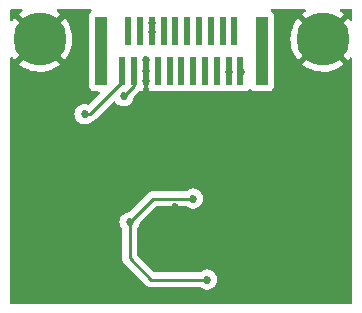
<source format=gbr>
%TF.GenerationSoftware,KiCad,Pcbnew,(6.0.0-0)*%
%TF.CreationDate,2022-03-07T01:14:35-05:00*%
%TF.ProjectId,air_quality,6169725f-7175-4616-9c69-74792e6b6963,rev?*%
%TF.SameCoordinates,Original*%
%TF.FileFunction,Copper,L4,Bot*%
%TF.FilePolarity,Positive*%
%FSLAX46Y46*%
G04 Gerber Fmt 4.6, Leading zero omitted, Abs format (unit mm)*
G04 Created by KiCad (PCBNEW (6.0.0-0)) date 2022-03-07 01:14:35*
%MOMM*%
%LPD*%
G01*
G04 APERTURE LIST*
%TA.AperFunction,ComponentPad*%
%ADD10C,4.500000*%
%TD*%
%TA.AperFunction,SMDPad,CuDef*%
%ADD11R,1.000000X5.850000*%
%TD*%
%TA.AperFunction,SMDPad,CuDef*%
%ADD12R,0.610000X2.410000*%
%TD*%
%TA.AperFunction,ViaPad*%
%ADD13C,0.685800*%
%TD*%
%TA.AperFunction,Conductor*%
%ADD14C,0.254000*%
%TD*%
G04 APERTURE END LIST*
D10*
%TO.P,H1,1,1*%
%TO.N,GND*%
X95000000Y-64000000D03*
%TD*%
%TO.P,H2,1,1*%
%TO.N,GND*%
X119000000Y-64000000D03*
%TD*%
D11*
%TO.P,J1,*%
%TO.N,*%
X100173500Y-65000000D03*
X113826500Y-65000000D03*
D12*
%TO.P,J1,1,SDA(E)*%
%TO.N,/SDA_EEPROM*%
X101996500Y-66720000D03*
%TO.P,J1,2,SCL(E)*%
%TO.N,/SCL_EEPROM*%
X102996500Y-66720000D03*
%TO.P,J1,3,GND*%
%TO.N,GND*%
X103996500Y-66720000D03*
%TO.P,J1,4,NC*%
%TO.N,unconnected-(J1-Pad4)*%
X104996500Y-66720000D03*
%TO.P,J1,5,~{RST}*%
%TO.N,/~{RST}*%
X105996500Y-66720000D03*
%TO.P,J1,6,SCK*%
%TO.N,/SCK*%
X106996500Y-66720000D03*
%TO.P,J1,7,MISO*%
%TO.N,/MISO*%
X107996500Y-66720000D03*
%TO.P,J1,8,MOSI*%
%TO.N,/MOSI*%
X108996500Y-66720000D03*
%TO.P,J1,9,CE*%
%TO.N,/CS*%
X109996500Y-66720000D03*
%TO.P,J1,10,SDA*%
%TO.N,/SDA*%
X110996500Y-66720000D03*
%TO.P,J1,11,SCL*%
%TO.N,/SCL*%
X111996500Y-66720000D03*
%TO.P,J1,12,NC*%
%TO.N,unconnected-(J1-Pad12)*%
X111496500Y-63280000D03*
%TO.P,J1,13,RX*%
%TO.N,/RXD*%
X110496500Y-63280000D03*
%TO.P,J1,14,TX*%
%TO.N,/TXD*%
X109496500Y-63280000D03*
%TO.P,J1,15,STAT*%
%TO.N,/Status*%
X108496500Y-63280000D03*
%TO.P,J1,16,A0*%
%TO.N,/A0*%
X107496500Y-63280000D03*
%TO.P,J1,17,A1*%
%TO.N,/A1*%
X106496500Y-63280000D03*
%TO.P,J1,18,NC*%
%TO.N,unconnected-(J1-Pad18)*%
X105496500Y-63280000D03*
%TO.P,J1,19,3V3*%
%TO.N,/3V3*%
X104496500Y-63280000D03*
%TO.P,J1,20,NC*%
%TO.N,unconnected-(J1-Pad20)*%
X103496500Y-63320000D03*
%TO.P,J1,21,5V*%
%TO.N,/5V*%
X102496500Y-63320000D03*
%TD*%
D13*
%TO.N,/SCL*%
X112014000Y-66802000D03*
%TO.N,GND*%
X116332000Y-83820000D03*
X114046000Y-83820000D03*
X116332000Y-70104000D03*
X118364000Y-72136000D03*
X108712000Y-74422000D03*
X105156000Y-74422000D03*
X103886000Y-69850000D03*
X107696000Y-70104000D03*
X106426000Y-71120000D03*
X105410000Y-68834000D03*
X101092000Y-75184000D03*
X99822000Y-71628000D03*
X102108000Y-71628000D03*
X118364000Y-80010000D03*
X118364000Y-77978000D03*
X116332000Y-77978000D03*
X112268000Y-77978000D03*
X112268000Y-70104000D03*
X112268000Y-72136000D03*
X112268000Y-74168000D03*
X114300000Y-74168000D03*
X112268000Y-76200000D03*
X116332000Y-76200000D03*
X114300000Y-77978000D03*
X114300000Y-76200000D03*
X109220000Y-83058000D03*
X110236000Y-79248000D03*
X109220000Y-80264000D03*
X106934000Y-76454000D03*
X106426000Y-78232000D03*
X104648000Y-80010000D03*
X104648000Y-81280000D03*
X104648000Y-82550000D03*
%TO.N,/1V8*%
X102616000Y-79502000D03*
X109192000Y-84356000D03*
X107978000Y-77498000D03*
%TO.N,/SDA*%
X110998000Y-66802000D03*
%TO.N,GND*%
X96012000Y-73406000D03*
X104013000Y-66675000D03*
X104013000Y-67564000D03*
X97282000Y-73406000D03*
X94742000Y-73406000D03*
X104013000Y-65786000D03*
%TO.N,/3V3*%
X104496500Y-63397500D03*
X104496500Y-62635500D03*
%TO.N,/SDA_EEPROM*%
X98806000Y-70358000D03*
%TO.N,/SCL_EEPROM*%
X102108000Y-68834000D03*
%TD*%
D14*
%TO.N,/1V8*%
X102616000Y-79502000D02*
X102616000Y-82550000D01*
X102616000Y-82550000D02*
X104422000Y-84356000D01*
X104422000Y-84356000D02*
X109192000Y-84356000D01*
X107978000Y-77498000D02*
X104620000Y-77498000D01*
X104620000Y-77498000D02*
X102616000Y-79502000D01*
%TO.N,/SDA_EEPROM*%
X101996500Y-66720000D02*
X101996500Y-67620000D01*
X101996500Y-67620000D02*
X99258500Y-70358000D01*
X99258500Y-70358000D02*
X98806000Y-70358000D01*
%TO.N,/SCL_EEPROM*%
X102996500Y-67945500D02*
X102108000Y-68834000D01*
X102996500Y-66720000D02*
X102996500Y-67945500D01*
%TD*%
%TA.AperFunction,Conductor*%
%TO.N,GND*%
G36*
X93508556Y-61466002D02*
G01*
X93555049Y-61519658D01*
X93565153Y-61589932D01*
X93535659Y-61654512D01*
X93504858Y-61680285D01*
X93450196Y-61712805D01*
X93443945Y-61717053D01*
X93250733Y-61866115D01*
X93242267Y-61877773D01*
X93248871Y-61889661D01*
X94987188Y-63627978D01*
X95001132Y-63635592D01*
X95002965Y-63635461D01*
X95009580Y-63631210D01*
X96750162Y-61890628D01*
X96757174Y-61877787D01*
X96749379Y-61867098D01*
X96579886Y-61733481D01*
X96573663Y-61729156D01*
X96492326Y-61679605D01*
X96444557Y-61627082D01*
X96432767Y-61557071D01*
X96460699Y-61491800D01*
X96519485Y-61451992D01*
X96557879Y-61446000D01*
X99286595Y-61446000D01*
X99354716Y-61466002D01*
X99401209Y-61519658D01*
X99411313Y-61589932D01*
X99381819Y-61654512D01*
X99362163Y-61672824D01*
X99310239Y-61711739D01*
X99222885Y-61828295D01*
X99171755Y-61964684D01*
X99165000Y-62026866D01*
X99165000Y-67973134D01*
X99171755Y-68035316D01*
X99222885Y-68171705D01*
X99310239Y-68288261D01*
X99426795Y-68375615D01*
X99563184Y-68426745D01*
X99625366Y-68433500D01*
X99980078Y-68433500D01*
X100048199Y-68453502D01*
X100094692Y-68507158D01*
X100104796Y-68577432D01*
X100075302Y-68642012D01*
X100069173Y-68648595D01*
X99202648Y-69515120D01*
X99140336Y-69549146D01*
X99075213Y-69545888D01*
X99070546Y-69543810D01*
X98983016Y-69525205D01*
X98901943Y-69507972D01*
X98901939Y-69507972D01*
X98895486Y-69506600D01*
X98716514Y-69506600D01*
X98710061Y-69507972D01*
X98710057Y-69507972D01*
X98628984Y-69525205D01*
X98541454Y-69543810D01*
X98535424Y-69546495D01*
X98535423Y-69546495D01*
X98383985Y-69613919D01*
X98383983Y-69613920D01*
X98377955Y-69616604D01*
X98372614Y-69620484D01*
X98372613Y-69620485D01*
X98283266Y-69685400D01*
X98233164Y-69721801D01*
X98113409Y-69854803D01*
X98023923Y-70009797D01*
X97968618Y-70180009D01*
X97949910Y-70358000D01*
X97968618Y-70535991D01*
X98023923Y-70706203D01*
X98113409Y-70861197D01*
X98117827Y-70866104D01*
X98117828Y-70866105D01*
X98204256Y-70962093D01*
X98233164Y-70994199D01*
X98377955Y-71099396D01*
X98383983Y-71102080D01*
X98383985Y-71102081D01*
X98535423Y-71169505D01*
X98541454Y-71172190D01*
X98628984Y-71190795D01*
X98710057Y-71208028D01*
X98710061Y-71208028D01*
X98716514Y-71209400D01*
X98895486Y-71209400D01*
X98901939Y-71208028D01*
X98901943Y-71208028D01*
X98983016Y-71190795D01*
X99070546Y-71172190D01*
X99076577Y-71169505D01*
X99228015Y-71102081D01*
X99228017Y-71102080D01*
X99234045Y-71099396D01*
X99373854Y-70997818D01*
X99414061Y-70978899D01*
X99417799Y-70978427D01*
X99425172Y-70975508D01*
X99425175Y-70975507D01*
X99459056Y-70962093D01*
X99470285Y-70958248D01*
X99486965Y-70953402D01*
X99512893Y-70945869D01*
X99519720Y-70941831D01*
X99519723Y-70941830D01*
X99530406Y-70935512D01*
X99548164Y-70926812D01*
X99559715Y-70922239D01*
X99559721Y-70922235D01*
X99567088Y-70919319D01*
X99602991Y-70893234D01*
X99612910Y-70886719D01*
X99644268Y-70868174D01*
X99644272Y-70868171D01*
X99651098Y-70864134D01*
X99665482Y-70849750D01*
X99680516Y-70836909D01*
X99690573Y-70829602D01*
X99696987Y-70824942D01*
X99725278Y-70790744D01*
X99733267Y-70781965D01*
X101212413Y-69302819D01*
X101274725Y-69268793D01*
X101345540Y-69273858D01*
X101402376Y-69316405D01*
X101410628Y-69328916D01*
X101412107Y-69331479D01*
X101412110Y-69331484D01*
X101415409Y-69337197D01*
X101535164Y-69470199D01*
X101540506Y-69474080D01*
X101540508Y-69474082D01*
X101640176Y-69546495D01*
X101679955Y-69575396D01*
X101685983Y-69578080D01*
X101685985Y-69578081D01*
X101772510Y-69616604D01*
X101843454Y-69648190D01*
X101930984Y-69666795D01*
X102012057Y-69684028D01*
X102012061Y-69684028D01*
X102018514Y-69685400D01*
X102197486Y-69685400D01*
X102203939Y-69684028D01*
X102203943Y-69684028D01*
X102285016Y-69666795D01*
X102372546Y-69648190D01*
X102443490Y-69616604D01*
X102530015Y-69578081D01*
X102530017Y-69578080D01*
X102536045Y-69575396D01*
X102575824Y-69546495D01*
X102675492Y-69474082D01*
X102675494Y-69474080D01*
X102680836Y-69470199D01*
X102800591Y-69337197D01*
X102890077Y-69182203D01*
X102945382Y-69011991D01*
X102954418Y-68926024D01*
X102981432Y-68860367D01*
X102990633Y-68850100D01*
X103389983Y-68450750D01*
X103398305Y-68443176D01*
X103404803Y-68439053D01*
X103408610Y-68434999D01*
X103443142Y-68415001D01*
X103445146Y-68414250D01*
X103452980Y-68411313D01*
X103523786Y-68406128D01*
X103541441Y-68411312D01*
X103573894Y-68423478D01*
X103589149Y-68427105D01*
X103640014Y-68432631D01*
X103646828Y-68433000D01*
X103724385Y-68433000D01*
X103739624Y-68428525D01*
X103740829Y-68427135D01*
X103742500Y-68419452D01*
X103742500Y-68218852D01*
X103754347Y-68172542D01*
X103752115Y-68171705D01*
X103800471Y-68042715D01*
X103803245Y-68035316D01*
X103810000Y-67973134D01*
X103810000Y-66592000D01*
X103830002Y-66523879D01*
X103883658Y-66477386D01*
X103936000Y-66466000D01*
X104057000Y-66466000D01*
X104125121Y-66486002D01*
X104171614Y-66539658D01*
X104183000Y-66592000D01*
X104183000Y-67973134D01*
X104189755Y-68035316D01*
X104192529Y-68042715D01*
X104240885Y-68171705D01*
X104238653Y-68172542D01*
X104250500Y-68218852D01*
X104250500Y-68414884D01*
X104254975Y-68430123D01*
X104256365Y-68431328D01*
X104264048Y-68432999D01*
X104346169Y-68432999D01*
X104352990Y-68432629D01*
X104403852Y-68427105D01*
X104419107Y-68423478D01*
X104451557Y-68411313D01*
X104522364Y-68406129D01*
X104540019Y-68411313D01*
X104573781Y-68423970D01*
X104573783Y-68423970D01*
X104581184Y-68426745D01*
X104643366Y-68433500D01*
X105349634Y-68433500D01*
X105411816Y-68426745D01*
X105452271Y-68411579D01*
X105523076Y-68406396D01*
X105540723Y-68411577D01*
X105581184Y-68426745D01*
X105643366Y-68433500D01*
X106349634Y-68433500D01*
X106411816Y-68426745D01*
X106452271Y-68411579D01*
X106523076Y-68406396D01*
X106540723Y-68411577D01*
X106581184Y-68426745D01*
X106643366Y-68433500D01*
X107349634Y-68433500D01*
X107411816Y-68426745D01*
X107452271Y-68411579D01*
X107523076Y-68406396D01*
X107540723Y-68411577D01*
X107581184Y-68426745D01*
X107643366Y-68433500D01*
X108349634Y-68433500D01*
X108411816Y-68426745D01*
X108452271Y-68411579D01*
X108523076Y-68406396D01*
X108540723Y-68411577D01*
X108581184Y-68426745D01*
X108643366Y-68433500D01*
X109349634Y-68433500D01*
X109411816Y-68426745D01*
X109452271Y-68411579D01*
X109523076Y-68406396D01*
X109540723Y-68411577D01*
X109581184Y-68426745D01*
X109643366Y-68433500D01*
X110349634Y-68433500D01*
X110411816Y-68426745D01*
X110452271Y-68411579D01*
X110523076Y-68406396D01*
X110540723Y-68411577D01*
X110581184Y-68426745D01*
X110643366Y-68433500D01*
X111349634Y-68433500D01*
X111411816Y-68426745D01*
X111452271Y-68411579D01*
X111523076Y-68406396D01*
X111540723Y-68411577D01*
X111581184Y-68426745D01*
X111643366Y-68433500D01*
X112349634Y-68433500D01*
X112411816Y-68426745D01*
X112548205Y-68375615D01*
X112664761Y-68288261D01*
X112713174Y-68223664D01*
X112770033Y-68181149D01*
X112840852Y-68176123D01*
X112903145Y-68210183D01*
X112914826Y-68223664D01*
X112963239Y-68288261D01*
X113079795Y-68375615D01*
X113216184Y-68426745D01*
X113278366Y-68433500D01*
X114374634Y-68433500D01*
X114436816Y-68426745D01*
X114573205Y-68375615D01*
X114689761Y-68288261D01*
X114777115Y-68171705D01*
X114828245Y-68035316D01*
X114835000Y-67973134D01*
X114835000Y-66121982D01*
X117243142Y-66121982D01*
X117250668Y-66132415D01*
X117396463Y-66249848D01*
X117402648Y-66254244D01*
X117678363Y-66426195D01*
X117685034Y-66429817D01*
X117979414Y-66567402D01*
X117986468Y-66570195D01*
X118295257Y-66671420D01*
X118302570Y-66673339D01*
X118621298Y-66736738D01*
X118628789Y-66737764D01*
X118952823Y-66762413D01*
X118960386Y-66762531D01*
X119285021Y-66748074D01*
X119292562Y-66747282D01*
X119613115Y-66693926D01*
X119620479Y-66692240D01*
X119932315Y-66600757D01*
X119939424Y-66598198D01*
X120238003Y-66469919D01*
X120244770Y-66466515D01*
X120525764Y-66303301D01*
X120532071Y-66299111D01*
X120750005Y-66134588D01*
X120758461Y-66123197D01*
X120751743Y-66110953D01*
X119012812Y-64372022D01*
X118998868Y-64364408D01*
X118997035Y-64364539D01*
X118990420Y-64368790D01*
X117250257Y-66108953D01*
X117243142Y-66121982D01*
X114835000Y-66121982D01*
X114835000Y-63974858D01*
X116237299Y-63974858D01*
X116253456Y-64299410D01*
X116254287Y-64306939D01*
X116309318Y-64627198D01*
X116311051Y-64634585D01*
X116404156Y-64945909D01*
X116406759Y-64953022D01*
X116536595Y-65250913D01*
X116540037Y-65257669D01*
X116704720Y-65537803D01*
X116708943Y-65544088D01*
X116865792Y-65749608D01*
X116877316Y-65758069D01*
X116889382Y-65751408D01*
X118627978Y-64012812D01*
X118635592Y-63998868D01*
X118635461Y-63997035D01*
X118631210Y-63990420D01*
X116890864Y-62250074D01*
X116877929Y-62243011D01*
X116867367Y-62250671D01*
X116741785Y-62408268D01*
X116737428Y-62414467D01*
X116566913Y-62691094D01*
X116563333Y-62697770D01*
X116427287Y-62992878D01*
X116424537Y-62999929D01*
X116324927Y-63309251D01*
X116323044Y-63316584D01*
X116261316Y-63635632D01*
X116260329Y-63643132D01*
X116237378Y-63967277D01*
X116237299Y-63974858D01*
X114835000Y-63974858D01*
X114835000Y-62026866D01*
X114828245Y-61964684D01*
X114777115Y-61828295D01*
X114689761Y-61711739D01*
X114637838Y-61672825D01*
X114595325Y-61615966D01*
X114590300Y-61545148D01*
X114624359Y-61482855D01*
X114686691Y-61448865D01*
X114713405Y-61446000D01*
X117440435Y-61446000D01*
X117508556Y-61466002D01*
X117555049Y-61519658D01*
X117565153Y-61589932D01*
X117535659Y-61654512D01*
X117504858Y-61680285D01*
X117450196Y-61712805D01*
X117443945Y-61717053D01*
X117250733Y-61866115D01*
X117242267Y-61877773D01*
X117248871Y-61889661D01*
X118987188Y-63627978D01*
X119001132Y-63635592D01*
X119002965Y-63635461D01*
X119009580Y-63631210D01*
X120750162Y-61890628D01*
X120757174Y-61877787D01*
X120749379Y-61867098D01*
X120579886Y-61733481D01*
X120573663Y-61729156D01*
X120492326Y-61679605D01*
X120444557Y-61627082D01*
X120432767Y-61557071D01*
X120460699Y-61491800D01*
X120519485Y-61451992D01*
X120557879Y-61446000D01*
X121361000Y-61446000D01*
X121429121Y-61466002D01*
X121475614Y-61519658D01*
X121487000Y-61572000D01*
X121487000Y-62337698D01*
X121466998Y-62405819D01*
X121413342Y-62452312D01*
X121343068Y-62462416D01*
X121278488Y-62432922D01*
X121261643Y-62415184D01*
X121133617Y-62251022D01*
X121121823Y-62242551D01*
X121110113Y-62249097D01*
X119372022Y-63987188D01*
X119364408Y-64001132D01*
X119364539Y-64002965D01*
X119368790Y-64009580D01*
X121108825Y-65749615D01*
X121121948Y-65756781D01*
X121132250Y-65749391D01*
X121241429Y-65615285D01*
X121245838Y-65609149D01*
X121254437Y-65595520D01*
X121307703Y-65548581D01*
X121377891Y-65537891D01*
X121442715Y-65566844D01*
X121481596Y-65626248D01*
X121487000Y-65662754D01*
X121487000Y-86304000D01*
X121466998Y-86372121D01*
X121413342Y-86418614D01*
X121361000Y-86430000D01*
X92629000Y-86430000D01*
X92560879Y-86409998D01*
X92514386Y-86356342D01*
X92503000Y-86304000D01*
X92503000Y-79502000D01*
X101759910Y-79502000D01*
X101778618Y-79679991D01*
X101833923Y-79850203D01*
X101923409Y-80005197D01*
X101948137Y-80032660D01*
X101978853Y-80096666D01*
X101980500Y-80116969D01*
X101980500Y-82470980D01*
X101979970Y-82482214D01*
X101978292Y-82489719D01*
X101978541Y-82497638D01*
X101980438Y-82558012D01*
X101980500Y-82561969D01*
X101980500Y-82589983D01*
X101980996Y-82593908D01*
X101980996Y-82593909D01*
X101981008Y-82594004D01*
X101981941Y-82605849D01*
X101983335Y-82650205D01*
X101985547Y-82657817D01*
X101989013Y-82669748D01*
X101993023Y-82689112D01*
X101995573Y-82709299D01*
X101998489Y-82716663D01*
X101998490Y-82716668D01*
X102011907Y-82750556D01*
X102015752Y-82761785D01*
X102028131Y-82804393D01*
X102032169Y-82811220D01*
X102032170Y-82811223D01*
X102038488Y-82821906D01*
X102047188Y-82839664D01*
X102051761Y-82851215D01*
X102051765Y-82851221D01*
X102054681Y-82858588D01*
X102059339Y-82864999D01*
X102059340Y-82865001D01*
X102080764Y-82894488D01*
X102087281Y-82904410D01*
X102105826Y-82935768D01*
X102105829Y-82935772D01*
X102109866Y-82942598D01*
X102124250Y-82956982D01*
X102137091Y-82972016D01*
X102149058Y-82988487D01*
X102155166Y-82993540D01*
X102183255Y-83016777D01*
X102192035Y-83024767D01*
X103916750Y-84749483D01*
X103924326Y-84757809D01*
X103928447Y-84764303D01*
X103934222Y-84769726D01*
X103978265Y-84811085D01*
X103981107Y-84813840D01*
X104000906Y-84833639D01*
X104004031Y-84836063D01*
X104004040Y-84836071D01*
X104004126Y-84836137D01*
X104013151Y-84843845D01*
X104045494Y-84874217D01*
X104052438Y-84878035D01*
X104052440Y-84878036D01*
X104063329Y-84884022D01*
X104079847Y-84894873D01*
X104095933Y-84907350D01*
X104136666Y-84924976D01*
X104147314Y-84930193D01*
X104186197Y-84951569D01*
X104193872Y-84953540D01*
X104193878Y-84953542D01*
X104205911Y-84956631D01*
X104224613Y-84963034D01*
X104243292Y-84971117D01*
X104277128Y-84976476D01*
X104287127Y-84978060D01*
X104298740Y-84980465D01*
X104341718Y-84991500D01*
X104362065Y-84991500D01*
X104381777Y-84993051D01*
X104401879Y-84996235D01*
X104409771Y-84995489D01*
X104446056Y-84992059D01*
X104457914Y-84991500D01*
X108577262Y-84991500D01*
X108645383Y-85011502D01*
X108651323Y-85015564D01*
X108763955Y-85097396D01*
X108769983Y-85100080D01*
X108769985Y-85100081D01*
X108921423Y-85167505D01*
X108927454Y-85170190D01*
X109014984Y-85188795D01*
X109096057Y-85206028D01*
X109096061Y-85206028D01*
X109102514Y-85207400D01*
X109281486Y-85207400D01*
X109287939Y-85206028D01*
X109287943Y-85206028D01*
X109369016Y-85188795D01*
X109456546Y-85170190D01*
X109462577Y-85167505D01*
X109614015Y-85100081D01*
X109614017Y-85100080D01*
X109620045Y-85097396D01*
X109764836Y-84992199D01*
X109769258Y-84987288D01*
X109880172Y-84864105D01*
X109880173Y-84864104D01*
X109884591Y-84859197D01*
X109974077Y-84704203D01*
X110029382Y-84533991D01*
X110048090Y-84356000D01*
X110029382Y-84178009D01*
X109974077Y-84007797D01*
X109884591Y-83852803D01*
X109764836Y-83719801D01*
X109620045Y-83614604D01*
X109614017Y-83611920D01*
X109614015Y-83611919D01*
X109462577Y-83544495D01*
X109462576Y-83544495D01*
X109456546Y-83541810D01*
X109369016Y-83523205D01*
X109287943Y-83505972D01*
X109287939Y-83505972D01*
X109281486Y-83504600D01*
X109102514Y-83504600D01*
X109096061Y-83505972D01*
X109096057Y-83505972D01*
X109014984Y-83523205D01*
X108927454Y-83541810D01*
X108921424Y-83544495D01*
X108921423Y-83544495D01*
X108769985Y-83611919D01*
X108769983Y-83611920D01*
X108763955Y-83614604D01*
X108758614Y-83618484D01*
X108758613Y-83618485D01*
X108651323Y-83696436D01*
X108584455Y-83720295D01*
X108577262Y-83720500D01*
X104737423Y-83720500D01*
X104669302Y-83700498D01*
X104648328Y-83683595D01*
X103288405Y-82323672D01*
X103254379Y-82261360D01*
X103251500Y-82234577D01*
X103251500Y-80116969D01*
X103271502Y-80048848D01*
X103283858Y-80032665D01*
X103308591Y-80005197D01*
X103398077Y-79850203D01*
X103453382Y-79679991D01*
X103462418Y-79594024D01*
X103489432Y-79528367D01*
X103498633Y-79518100D01*
X104846328Y-78170405D01*
X104908640Y-78136379D01*
X104935423Y-78133500D01*
X107363262Y-78133500D01*
X107431383Y-78153502D01*
X107437323Y-78157564D01*
X107549955Y-78239396D01*
X107555983Y-78242080D01*
X107555985Y-78242081D01*
X107707423Y-78309505D01*
X107713454Y-78312190D01*
X107800984Y-78330795D01*
X107882057Y-78348028D01*
X107882061Y-78348028D01*
X107888514Y-78349400D01*
X108067486Y-78349400D01*
X108073939Y-78348028D01*
X108073943Y-78348028D01*
X108155016Y-78330795D01*
X108242546Y-78312190D01*
X108248577Y-78309505D01*
X108400015Y-78242081D01*
X108400017Y-78242080D01*
X108406045Y-78239396D01*
X108550836Y-78134199D01*
X108670591Y-78001197D01*
X108760077Y-77846203D01*
X108815382Y-77675991D01*
X108834090Y-77498000D01*
X108815382Y-77320009D01*
X108760077Y-77149797D01*
X108670591Y-76994803D01*
X108581714Y-76896094D01*
X108555258Y-76866712D01*
X108555257Y-76866711D01*
X108550836Y-76861801D01*
X108406045Y-76756604D01*
X108400017Y-76753920D01*
X108400015Y-76753919D01*
X108248577Y-76686495D01*
X108248576Y-76686495D01*
X108242546Y-76683810D01*
X108155016Y-76665205D01*
X108073943Y-76647972D01*
X108073939Y-76647972D01*
X108067486Y-76646600D01*
X107888514Y-76646600D01*
X107882061Y-76647972D01*
X107882057Y-76647972D01*
X107800984Y-76665205D01*
X107713454Y-76683810D01*
X107707424Y-76686495D01*
X107707423Y-76686495D01*
X107555985Y-76753919D01*
X107555983Y-76753920D01*
X107549955Y-76756604D01*
X107544614Y-76760484D01*
X107544613Y-76760485D01*
X107437323Y-76838436D01*
X107370455Y-76862295D01*
X107363262Y-76862500D01*
X104699032Y-76862500D01*
X104687793Y-76861970D01*
X104680281Y-76860291D01*
X104672356Y-76860540D01*
X104672355Y-76860540D01*
X104611970Y-76862438D01*
X104608012Y-76862500D01*
X104580017Y-76862500D01*
X104576083Y-76862997D01*
X104576081Y-76862997D01*
X104575994Y-76863008D01*
X104564160Y-76863940D01*
X104519795Y-76865335D01*
X104512182Y-76867547D01*
X104512181Y-76867547D01*
X104500252Y-76871013D01*
X104480888Y-76875023D01*
X104468560Y-76876580D01*
X104468558Y-76876580D01*
X104460701Y-76877573D01*
X104453337Y-76880489D01*
X104453332Y-76880490D01*
X104419444Y-76893907D01*
X104408215Y-76897752D01*
X104391535Y-76902598D01*
X104365607Y-76910131D01*
X104358780Y-76914169D01*
X104358777Y-76914170D01*
X104348094Y-76920488D01*
X104330336Y-76929188D01*
X104318785Y-76933761D01*
X104318779Y-76933765D01*
X104311412Y-76936681D01*
X104305001Y-76941339D01*
X104304999Y-76941340D01*
X104275512Y-76962764D01*
X104265590Y-76969281D01*
X104234232Y-76987826D01*
X104234228Y-76987829D01*
X104227402Y-76991866D01*
X104213018Y-77006250D01*
X104197984Y-77019091D01*
X104181513Y-77031058D01*
X104176460Y-77037166D01*
X104153223Y-77065255D01*
X104145233Y-77074035D01*
X102604393Y-78614874D01*
X102542081Y-78648900D01*
X102531506Y-78650600D01*
X102526514Y-78650600D01*
X102351454Y-78687810D01*
X102345424Y-78690495D01*
X102345423Y-78690495D01*
X102193985Y-78757919D01*
X102193983Y-78757920D01*
X102187955Y-78760604D01*
X102043164Y-78865801D01*
X101923409Y-78998803D01*
X101833923Y-79153797D01*
X101778618Y-79324009D01*
X101759910Y-79502000D01*
X92503000Y-79502000D01*
X92503000Y-66121982D01*
X93243142Y-66121982D01*
X93250668Y-66132415D01*
X93396463Y-66249848D01*
X93402648Y-66254244D01*
X93678363Y-66426195D01*
X93685034Y-66429817D01*
X93979414Y-66567402D01*
X93986468Y-66570195D01*
X94295257Y-66671420D01*
X94302570Y-66673339D01*
X94621298Y-66736738D01*
X94628789Y-66737764D01*
X94952823Y-66762413D01*
X94960386Y-66762531D01*
X95285021Y-66748074D01*
X95292562Y-66747282D01*
X95613115Y-66693926D01*
X95620479Y-66692240D01*
X95932315Y-66600757D01*
X95939424Y-66598198D01*
X96238003Y-66469919D01*
X96244770Y-66466515D01*
X96525764Y-66303301D01*
X96532071Y-66299111D01*
X96750005Y-66134588D01*
X96758461Y-66123197D01*
X96751743Y-66110953D01*
X95012812Y-64372022D01*
X94998868Y-64364408D01*
X94997035Y-64364539D01*
X94990420Y-64368790D01*
X93250257Y-66108953D01*
X93243142Y-66121982D01*
X92503000Y-66121982D01*
X92503000Y-65647024D01*
X92523002Y-65578903D01*
X92576658Y-65532410D01*
X92646932Y-65522306D01*
X92711512Y-65551800D01*
X92729163Y-65570582D01*
X92865792Y-65749608D01*
X92877316Y-65758069D01*
X92889382Y-65751408D01*
X94627978Y-64012812D01*
X94634356Y-64001132D01*
X95364408Y-64001132D01*
X95364539Y-64002965D01*
X95368790Y-64009580D01*
X97108825Y-65749615D01*
X97121948Y-65756781D01*
X97132250Y-65749391D01*
X97241429Y-65615285D01*
X97245842Y-65609144D01*
X97419248Y-65334312D01*
X97422895Y-65327677D01*
X97562025Y-65034011D01*
X97564850Y-65026984D01*
X97667696Y-64718715D01*
X97669650Y-64711424D01*
X97734716Y-64393033D01*
X97735784Y-64385529D01*
X97762253Y-64060100D01*
X97762458Y-64055625D01*
X97763018Y-64002221D01*
X97762908Y-63997789D01*
X97743257Y-63671835D01*
X97742349Y-63664333D01*
X97683967Y-63344663D01*
X97682154Y-63337284D01*
X97585797Y-63026966D01*
X97583116Y-63019869D01*
X97450172Y-62723363D01*
X97446655Y-62716636D01*
X97279054Y-62438252D01*
X97274757Y-62431999D01*
X97133617Y-62251022D01*
X97121823Y-62242551D01*
X97110113Y-62249097D01*
X95372022Y-63987188D01*
X95364408Y-64001132D01*
X94634356Y-64001132D01*
X94635592Y-63998868D01*
X94635461Y-63997035D01*
X94631210Y-63990420D01*
X92890864Y-62250074D01*
X92877929Y-62243011D01*
X92867367Y-62250671D01*
X92741785Y-62408268D01*
X92737427Y-62414469D01*
X92736261Y-62416360D01*
X92735816Y-62416760D01*
X92735245Y-62417573D01*
X92735059Y-62417442D01*
X92683489Y-62463855D01*
X92613418Y-62475279D01*
X92548294Y-62447006D01*
X92508793Y-62388012D01*
X92503000Y-62350246D01*
X92503000Y-61572000D01*
X92523002Y-61503879D01*
X92576658Y-61457386D01*
X92629000Y-61446000D01*
X93440435Y-61446000D01*
X93508556Y-61466002D01*
G37*
%TD.AperFunction*%
%TD*%
M02*

</source>
